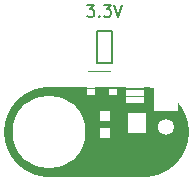
<source format=gto>
%TF.GenerationSoftware,KiCad,Pcbnew,4.0.5-e0-6337~49~ubuntu16.04.1*%
%TF.CreationDate,2017-05-27T17:41:35-07:00*%
%TF.ProjectId,2x2-USB-Power-Connector,3278322D5553422D506F7765722D436F,v1.2*%
%TF.FileFunction,Legend,Top*%
%FSLAX46Y46*%
G04 Gerber Fmt 4.6, Leading zero omitted, Abs format (unit mm)*
G04 Created by KiCad (PCBNEW 4.0.5-e0-6337~49~ubuntu16.04.1) date Sat May 27 17:41:35 2017*
%MOMM*%
%LPD*%
G01*
G04 APERTURE LIST*
%ADD10C,0.350000*%
%ADD11C,0.152400*%
%ADD12C,0.150000*%
%ADD13C,0.120000*%
%ADD14C,7.600000*%
%ADD15R,1.502400X0.552400*%
%ADD16R,1.552400X1.752400*%
%ADD17C,1.352400*%
%ADD18R,2.052400X2.052400*%
%ADD19R,0.902400X0.952400*%
%ADD20R,0.752400X0.572400*%
%ADD21C,6.152400*%
G04 APERTURE END LIST*
D10*
D11*
X25806400Y-60475560D02*
X24536400Y-60475560D01*
X25806400Y-63206060D02*
X24536400Y-63206060D01*
D12*
X25806400Y-60475560D02*
X25806400Y-63206060D01*
X24536400Y-63206060D02*
X24536400Y-60475560D01*
D11*
X24536400Y-56711280D02*
X25806400Y-56711280D01*
X24536400Y-53980780D02*
X25806400Y-53980780D01*
D12*
X24536400Y-56711280D02*
X24536400Y-53980780D01*
X25806400Y-53980780D02*
X25806400Y-56711280D01*
D13*
X25627520Y-57351680D02*
X23727520Y-57351680D01*
X24227520Y-59671680D02*
X25627520Y-59671680D01*
D14*
X20497800Y-62494160D02*
X28497800Y-62494160D01*
D12*
X23659650Y-51745901D02*
X24278698Y-51745901D01*
X23945364Y-52126853D01*
X24088222Y-52126853D01*
X24183460Y-52174472D01*
X24231079Y-52222091D01*
X24278698Y-52317330D01*
X24278698Y-52555425D01*
X24231079Y-52650663D01*
X24183460Y-52698282D01*
X24088222Y-52745901D01*
X23802507Y-52745901D01*
X23707269Y-52698282D01*
X23659650Y-52650663D01*
X24707269Y-52650663D02*
X24754888Y-52698282D01*
X24707269Y-52745901D01*
X24659650Y-52698282D01*
X24707269Y-52650663D01*
X24707269Y-52745901D01*
X25088221Y-51745901D02*
X25707269Y-51745901D01*
X25373935Y-52126853D01*
X25516793Y-52126853D01*
X25612031Y-52174472D01*
X25659650Y-52222091D01*
X25707269Y-52317330D01*
X25707269Y-52555425D01*
X25659650Y-52650663D01*
X25612031Y-52698282D01*
X25516793Y-52745901D01*
X25231078Y-52745901D01*
X25135840Y-52698282D01*
X25088221Y-52650663D01*
X25992983Y-51745901D02*
X26326316Y-52745901D01*
X26659650Y-51745901D01*
X24389176Y-64305560D02*
X24293938Y-64257941D01*
X24151081Y-64257941D01*
X24008223Y-64305560D01*
X23912985Y-64400798D01*
X23865366Y-64496036D01*
X23817747Y-64686512D01*
X23817747Y-64829370D01*
X23865366Y-65019846D01*
X23912985Y-65115084D01*
X24008223Y-65210322D01*
X24151081Y-65257941D01*
X24246319Y-65257941D01*
X24389176Y-65210322D01*
X24436795Y-65162703D01*
X24436795Y-64829370D01*
X24246319Y-64829370D01*
X24865366Y-65257941D02*
X24865366Y-64257941D01*
X25436795Y-65257941D01*
X25436795Y-64257941D01*
X25912985Y-65257941D02*
X25912985Y-64257941D01*
X26151080Y-64257941D01*
X26293938Y-64305560D01*
X26389176Y-64400798D01*
X26436795Y-64496036D01*
X26484414Y-64686512D01*
X26484414Y-64829370D01*
X26436795Y-65019846D01*
X26389176Y-65115084D01*
X26293938Y-65210322D01*
X26151080Y-65257941D01*
X25912985Y-65257941D01*
%LPC*%
D15*
X27709920Y-59832160D03*
X27709920Y-59182160D03*
X27709920Y-58533060D03*
X27709920Y-57882160D03*
X27709920Y-57232160D03*
D16*
X27934920Y-61732160D03*
D17*
X30384920Y-62082160D03*
D18*
X30384920Y-59732160D03*
X30384920Y-57332160D03*
D16*
X27934920Y-55332160D03*
D17*
X30384920Y-54982160D03*
D19*
X25171400Y-61122560D03*
X25171400Y-62622560D03*
X25171400Y-56064280D03*
X25171400Y-54564280D03*
D20*
X23977520Y-57861680D03*
X23977520Y-59161680D03*
X25877520Y-57861680D03*
X23977520Y-58511680D03*
X25877520Y-59161680D03*
D21*
X20497800Y-62494160D03*
X20497800Y-54494160D03*
M02*

</source>
